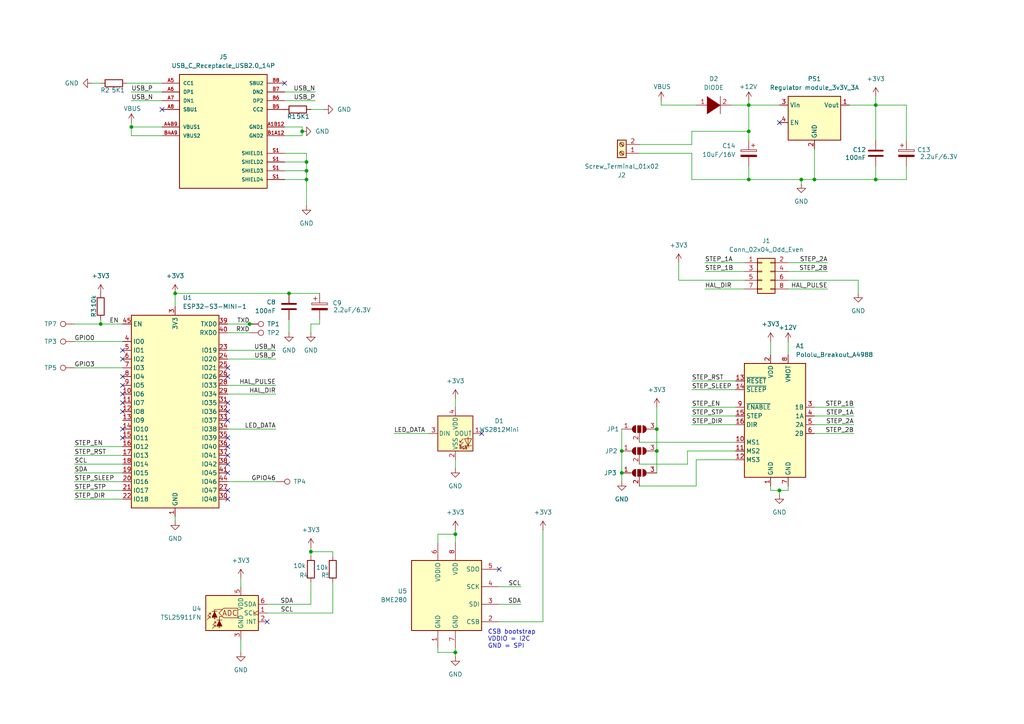
<source format=kicad_sch>
(kicad_sch (version 20231120) (generator "eeschema") (generator_version "8.0")
  (paper "A4")
  (lib_symbols
    (symbol "Connector:Screw_Terminal_01x02" (pin_names (offset 1.016) hide)
      (property "Reference" "J" (at 0 2.54 0))
      (property "Value" "Screw_Terminal_01x02" (at 0 -5.08 0))
      (symbol "Screw_Terminal_01x02_1_1"
        (rectangle (start -1.27 1.27) (end 1.27 -3.81) (stroke (width 0.254)) (fill (type background)))
        (circle (center 0 -2.54) (radius 0.635) (stroke (width 0.1524)))
        (polyline (pts (xy -0.5334 -2.2098) (xy 0.3302 -3.048)) (stroke (width 0.1524)))
        (polyline (pts (xy -0.5334 0.3302) (xy 0.3302 -0.508)) (stroke (width 0.1524)))
        (polyline (pts (xy -0.3556 -2.032) (xy 0.508 -2.8702)) (stroke (width 0.1524)))
        (polyline (pts (xy -0.3556 0.508) (xy 0.508 -0.3302)) (stroke (width 0.1524)))
        (circle (center 0 0) (radius 0.635) (stroke (width 0.1524)))
        (pin passive line (at -5.08 0 0) (length 3.81) (name "Pin_1") (number "1"))
        (pin passive line (at -5.08 -2.54 0) (length 3.81) (name "Pin_2") (number "2"))
      )
    )
    (symbol "Connector:TestPoint" (pin_numbers hide) (pin_names (offset 0.762) hide)
      (property "Reference" "TP" (at 0 6.858 0))
      (property "Value" "TestPoint" (at 0 5.08 0))
      (symbol "TestPoint_0_1"
        (circle (center 0 3.302) (radius 0.762))
      )
      (symbol "TestPoint_1_1"
        (pin passive line (at 0 0 90) (length 2.54) (name "1") (number "1"))
      )
    )
    (symbol "Connector_Generic:Conn_02x04_Odd_Even" (pin_names (offset 1.016) hide)
      (property "Reference" "J" (at 1.27 5.08 0))
      (property "Value" "Conn_02x04_Odd_Even" (at 1.27 -7.62 0))
      (symbol "Conn_02x04_Odd_Even_1_1"
        (rectangle (start -1.27 -4.953) (end 0 -5.207) (stroke (width 0.1524)))
        (rectangle (start -1.27 -2.413) (end 0 -2.667) (stroke (width 0.1524)))
        (rectangle (start -1.27 0.127) (end 0 -0.127) (stroke (width 0.1524)))
        (rectangle (start -1.27 2.667) (end 0 2.413) (stroke (width 0.1524)))
        (rectangle (start -1.27 3.81) (end 3.81 -6.35) (stroke (width 0.254)) (fill (type background)))
        (rectangle (start 3.81 -4.953) (end 2.54 -5.207) (stroke (width 0.1524)))
        (rectangle (start 3.81 -2.413) (end 2.54 -2.667) (stroke (width 0.1524)))
        (rectangle (start 3.81 0.127) (end 2.54 -0.127) (stroke (width 0.1524)))
        (rectangle (start 3.81 2.667) (end 2.54 2.413) (stroke (width 0.1524)))
        (pin passive line (at -5.08 2.54 0) (length 3.81) (name "Pin_1") (number "1"))
        (pin passive line (at 7.62 2.54 180) (length 3.81) (name "Pin_2") (number "2"))
        (pin passive line (at -5.08 0 0) (length 3.81) (name "Pin_3") (number "3"))
        (pin passive line (at 7.62 0 180) (length 3.81) (name "Pin_4") (number "4"))
        (pin passive line (at -5.08 -2.54 0) (length 3.81) (name "Pin_5") (number "5"))
        (pin passive line (at 7.62 -2.54 180) (length 3.81) (name "Pin_6") (number "6"))
        (pin passive line (at -5.08 -5.08 0) (length 3.81) (name "Pin_7") (number "7"))
        (pin passive line (at 7.62 -5.08 180) (length 3.81) (name "Pin_8") (number "8"))
      )
    )
    (symbol "Converter_DCDC:voltage_regulator_3v3_3A"
      (property "Reference" "PS" (at -7.874 -9.144 0))
      (property "Value" "Regulator module_3v3V_3A" (at -11.684 6.35 0))
      (symbol "voltage_regulator_3v3_3A_0_1"
        (rectangle (start -7.62 5.08) (end 7.62 -7.62) (stroke (width 0.254)) (fill (type background)))
      )
      (symbol "voltage_regulator_3v3_3A_1_0"
        (pin power_out line (at 10.16 2.54 180) (length 2.54) (name "Vout") (number "1"))
        (pin power_out line (at 0 -10.16 90) (length 2.54) (name "GND") (number "2"))
        (pin power_in line (at -10.16 2.54 0) (length 2.54) (name "Vin") (number "3"))
        (pin input line (at -10.16 -2.54 0) (length 2.54) (name "EN") (number "4"))
      )
    )
    (symbol "Device:C" (pin_numbers hide) (pin_names (offset 0.254))
      (property "Reference" "C" (at 0.635 2.54 0))
      (property "Value" "C" (at 0.635 -2.54 0))
      (symbol "C_0_1"
        (polyline (pts (xy -2.032 -0.762) (xy 2.032 -0.762)) (stroke (width 0.508)))
        (polyline (pts (xy -2.032 0.762) (xy 2.032 0.762)) (stroke (width 0.508)))
      )
      (symbol "C_1_1"
        (pin passive line (at 0 3.81 270) (length 2.794) (name "~") (number "1"))
        (pin passive line (at 0 -3.81 90) (length 2.794) (name "~") (number "2"))
      )
    )
    (symbol "Device:C_Polarized" (pin_numbers hide) (pin_names (offset 0.254))
      (property "Reference" "C" (at 0.635 2.54 0))
      (property "Value" "C_Polarized" (at 0.635 -2.54 0))
      (symbol "C_Polarized_0_1"
        (rectangle (start -2.286 0.508) (end 2.286 1.016))
        (polyline (pts (xy -1.778 2.286) (xy -0.762 2.286)))
        (polyline (pts (xy -1.27 2.794) (xy -1.27 1.778)))
        (rectangle (start 2.286 -0.508) (end -2.286 -1.016) (fill (type outline)))
      )
      (symbol "C_Polarized_1_1"
        (pin passive line (at 0 3.81 270) (length 2.794) (name "~") (number "1"))
        (pin passive line (at 0 -3.81 90) (length 2.794) (name "~") (number "2"))
      )
    )
    (symbol "Device:R" (pin_numbers hide) (pin_names (offset 0))
      (property "Reference" "R" (at 2.032 0 90))
      (property "Value" "R" (at 0 0 90))
      (symbol "R_0_1"
        (rectangle (start -1.016 -2.54) (end 1.016 2.54) (stroke (width 0.254)))
      )
      (symbol "R_1_1"
        (pin passive line (at 0 3.81 270) (length 1.27) (name "~") (number "1"))
        (pin passive line (at 0 -3.81 90) (length 1.27) (name "~") (number "2"))
      )
    )
    (symbol "Driver_Motor:Pololu_Breakout_A4988"
      (property "Reference" "A" (at -2.54 19.05 0))
      (property "Value" "Pololu_Breakout_A4988" (at -2.54 16.51 0))
      (symbol "Pololu_Breakout_A4988_0_1"
        (rectangle (start 10.16 -17.78) (end -7.62 15.24) (stroke (width 0.254)) (fill (type background)))
      )
      (symbol "Pololu_Breakout_A4988_1_1"
        (pin power_in line (at 0 -20.32 90) (length 2.54) (name "GND") (number "1"))
        (pin input line (at -10.16 -7.62 0) (length 2.54) (name "MS1") (number "10"))
        (pin input line (at -10.16 -10.16 0) (length 2.54) (name "MS2") (number "11"))
        (pin input line (at -10.16 -12.7 0) (length 2.54) (name "MS3") (number "12"))
        (pin input line (at -10.16 10.16 0) (length 2.54) (name "~{RESET}") (number "13"))
        (pin input line (at -10.16 7.62 0) (length 2.54) (name "~{SLEEP}") (number "14"))
        (pin input line (at -10.16 0 0) (length 2.54) (name "STEP") (number "15"))
        (pin input line (at -10.16 -2.54 0) (length 2.54) (name "DIR") (number "16"))
        (pin power_in line (at 0 17.78 270) (length 2.54) (name "VDD") (number "2"))
        (pin output line (at 12.7 2.54 180) (length 2.54) (name "1B") (number "3"))
        (pin output line (at 12.7 0 180) (length 2.54) (name "1A") (number "4"))
        (pin output line (at 12.7 -2.54 180) (length 2.54) (name "2A") (number "5"))
        (pin output line (at 12.7 -5.08 180) (length 2.54) (name "2B") (number "6"))
        (pin power_in line (at 5.08 -20.32 90) (length 2.54) (name "GND") (number "7"))
        (pin power_in line (at 5.08 17.78 270) (length 2.54) (name "VMOT") (number "8"))
        (pin input line (at -10.16 2.54 0) (length 2.54) (name "~{ENABLE}") (number "9"))
      )
    )
    (symbol "Jumper:SolderJumper_3_Open" (pin_names (offset 0) hide) (exclude_from_sim yes) (in_bom no)
      (property "Reference" "JP" (at -2.54 -2.54 0))
      (property "Value" "SolderJumper_3_Open" (at 0 2.794 0))
      (symbol "SolderJumper_3_Open_0_1"
        (arc (start -1.016 1.016) (mid -2.0276 0) (end -1.016 -1.016))
        (arc (start -1.016 1.016) (mid -2.0276 0) (end -1.016 -1.016) (fill (type outline)))
        (rectangle (start -0.508 1.016) (end 0.508 -1.016) (fill (type outline)))
        (polyline (pts (xy -2.54 0) (xy -2.032 0)))
        (polyline (pts (xy -1.016 1.016) (xy -1.016 -1.016)))
        (polyline (pts (xy 0 -1.27) (xy 0 -1.016)))
        (polyline (pts (xy 1.016 1.016) (xy 1.016 -1.016)))
        (polyline (pts (xy 2.54 0) (xy 2.032 0)))
        (arc (start 1.016 -1.016) (mid 2.0276 0) (end 1.016 1.016))
        (arc (start 1.016 -1.016) (mid 2.0276 0) (end 1.016 1.016) (fill (type outline)))
      )
      (symbol "SolderJumper_3_Open_1_1"
        (pin passive line (at -5.08 0 0) (length 2.54) (name "A") (number "1"))
        (pin passive line (at 0 -3.81 90) (length 2.54) (name "C") (number "2"))
        (pin passive line (at 5.08 0 180) (length 2.54) (name "B") (number "3"))
      )
    )
    (symbol "LED:SK6812MINI" (pin_names (offset 0.254))
      (property "Reference" "D" (at 5.08 5.715 0))
      (property "Value" "SK6812MINI" (at 1.27 -5.715 0))
      (symbol "SK6812MINI_0_0"
        (text "RGB" (at 2.286 -4.191 0) (effects (font (size 0.762 0.762))))
      )
      (symbol "SK6812MINI_0_1"
        (polyline (pts (xy 1.27 -3.556) (xy 1.778 -3.556)))
        (polyline (pts (xy 1.27 -2.54) (xy 1.778 -2.54)))
        (polyline (pts (xy 4.699 -3.556) (xy 2.667 -3.556)))
        (polyline (pts (xy 2.286 -2.54) (xy 1.27 -3.556) (xy 1.27 -3.048)))
        (polyline (pts (xy 2.286 -1.524) (xy 1.27 -2.54) (xy 1.27 -2.032)))
        (polyline (pts (xy 3.683 -1.016) (xy 3.683 -3.556) (xy 3.683 -4.064)))
        (polyline (pts (xy 4.699 -1.524) (xy 2.667 -1.524) (xy 3.683 -3.556) (xy 4.699 -1.524)))
        (rectangle (start 5.08 5.08) (end -5.08 -5.08) (stroke (width 0.254)) (fill (type background)))
      )
      (symbol "SK6812MINI_1_1"
        (pin output line (at 7.62 0 180) (length 2.54) (name "DOUT") (number "1"))
        (pin power_in line (at 0 -7.62 90) (length 2.54) (name "VSS") (number "2"))
        (pin input line (at -7.62 0 0) (length 2.54) (name "DIN") (number "3"))
        (pin power_in line (at 0 7.62 270) (length 2.54) (name "VDD") (number "4"))
      )
    )
    (symbol "MCU_Espressif:ESP32-S3-MINI-1"
      (property "Reference" "U" (at -11.43 29.21 0))
      (property "Value" "ESP32-S3-MINI-1" (at 12.7 29.21 0))
      (symbol "ESP32-S3-MINI-1_0_1"
        (rectangle (start -12.7 27.94) (end 12.7 -27.94) (stroke (width 0.254)) (fill (type background)))
      )
      (symbol "ESP32-S3-MINI-1_1_1"
        (pin power_in line (at 0 -30.48 90) (length 2.54) (name "GND") (number "1"))
        (pin bidirectional line (at -15.24 5.08 0) (length 2.54) (name "IO6") (number "10"))
        (pin bidirectional line (at -15.24 2.54 0) (length 2.54) (name "IO7") (number "11"))
        (pin bidirectional line (at -15.24 0 0) (length 2.54) (name "IO8") (number "12"))
        (pin bidirectional line (at -15.24 -2.54 0) (length 2.54) (name "IO9") (number "13"))
        (pin bidirectional line (at -15.24 -5.08 0) (length 2.54) (name "IO10") (number "14"))
        (pin bidirectional line (at -15.24 -7.62 0) (length 2.54) (name "IO11") (number "15"))
        (pin bidirectional line (at -15.24 -10.16 0) (length 2.54) (name "IO12") (number "16"))
        (pin bidirectional line (at -15.24 -12.7 0) (length 2.54) (name "IO13") (number "17"))
        (pin bidirectional line (at -15.24 -15.24 0) (length 2.54) (name "IO14") (number "18"))
        (pin bidirectional line (at -15.24 -17.78 0) (length 2.54) (name "IO15") (number "19"))
        (pin passive line (at 0 -30.48 90) (length 2.54) hide (name "GND") (number "2"))
        (pin bidirectional line (at -15.24 -20.32 0) (length 2.54) (name "IO16") (number "20"))
        (pin bidirectional line (at -15.24 -22.86 0) (length 2.54) (name "IO17") (number "21"))
        (pin bidirectional line (at -15.24 -25.4 0) (length 2.54) (name "IO18") (number "22"))
        (pin bidirectional line (at 15.24 17.78 180) (length 2.54) (name "IO19") (number "23"))
        (pin bidirectional line (at 15.24 15.24 180) (length 2.54) (name "IO20") (number "24"))
        (pin bidirectional line (at 15.24 12.7 180) (length 2.54) (name "IO21") (number "25"))
        (pin bidirectional line (at 15.24 10.16 180) (length 2.54) (name "IO26") (number "26"))
        (pin bidirectional line (at 15.24 -22.86 180) (length 2.54) (name "IO47") (number "27"))
        (pin bidirectional line (at 15.24 7.62 180) (length 2.54) (name "IO33") (number "28"))
        (pin bidirectional line (at 15.24 5.08 180) (length 2.54) (name "IO34") (number "29"))
        (pin power_in line (at 0 30.48 270) (length 2.54) (name "3V3") (number "3"))
        (pin bidirectional line (at 15.24 -25.4 180) (length 2.54) (name "IO48") (number "30"))
        (pin bidirectional line (at 15.24 2.54 180) (length 2.54) (name "IO35") (number "31"))
        (pin bidirectional line (at 15.24 0 180) (length 2.54) (name "IO36") (number "32"))
        (pin bidirectional line (at 15.24 -2.54 180) (length 2.54) (name "IO37") (number "33"))
        (pin bidirectional line (at 15.24 -5.08 180) (length 2.54) (name "IO38") (number "34"))
        (pin bidirectional line (at 15.24 -7.62 180) (length 2.54) (name "IO39") (number "35"))
        (pin bidirectional line (at 15.24 -10.16 180) (length 2.54) (name "IO40") (number "36"))
        (pin bidirectional line (at 15.24 -12.7 180) (length 2.54) (name "IO41") (number "37"))
        (pin bidirectional line (at 15.24 -15.24 180) (length 2.54) (name "IO42") (number "38"))
        (pin bidirectional line (at 15.24 25.4 180) (length 2.54) (name "TXD0") (number "39"))
        (pin bidirectional line (at -15.24 20.32 0) (length 2.54) (name "IO0") (number "4"))
        (pin bidirectional line (at 15.24 22.86 180) (length 2.54) (name "RXD0") (number "40"))
        (pin bidirectional line (at 15.24 -17.78 180) (length 2.54) (name "IO45") (number "41"))
        (pin passive line (at 0 -30.48 90) (length 2.54) hide (name "GND") (number "42"))
        (pin passive line (at 0 -30.48 90) (length 2.54) hide (name "GND") (number "43"))
        (pin bidirectional line (at 15.24 -20.32 180) (length 2.54) (name "IO46") (number "44"))
        (pin input line (at -15.24 25.4 0) (length 2.54) (name "EN") (number "45"))
        (pin passive line (at 0 -30.48 90) (length 2.54) hide (name "GND") (number "46"))
        (pin passive line (at 0 -30.48 90) (length 2.54) hide (name "GND") (number "47"))
        (pin passive line (at 0 -30.48 90) (length 2.54) hide (name "GND") (number "48"))
        (pin passive line (at 0 -30.48 90) (length 2.54) hide (name "GND") (number "49"))
        (pin bidirectional line (at -15.24 17.78 0) (length 2.54) (name "IO1") (number "5"))
        (pin passive line (at 0 -30.48 90) (length 2.54) hide (name "GND") (number "50"))
        (pin passive line (at 0 -30.48 90) (length 2.54) hide (name "GND") (number "51"))
        (pin passive line (at 0 -30.48 90) (length 2.54) hide (name "GND") (number "52"))
        (pin passive line (at 0 -30.48 90) (length 2.54) hide (name "GND") (number "53"))
        (pin passive line (at 0 -30.48 90) (length 2.54) hide (name "GND") (number "54"))
        (pin passive line (at 0 -30.48 90) (length 2.54) hide (name "GND") (number "55"))
        (pin passive line (at 0 -30.48 90) (length 2.54) hide (name "GND") (number "56"))
        (pin passive line (at 0 -30.48 90) (length 2.54) hide (name "GND") (number "57"))
        (pin passive line (at 0 -30.48 90) (length 2.54) hide (name "GND") (number "58"))
        (pin passive line (at 0 -30.48 90) (length 2.54) hide (name "GND") (number "59"))
        (pin bidirectional line (at -15.24 15.24 0) (length 2.54) (name "IO2") (number "6"))
        (pin passive line (at 0 -30.48 90) (length 2.54) hide (name "GND") (number "60"))
        (pin passive line (at 0 -30.48 90) (length 2.54) hide (name "GND") (number "61"))
        (pin passive line (at 0 -30.48 90) (length 2.54) hide (name "GND") (number "62"))
        (pin passive line (at 0 -30.48 90) (length 2.54) hide (name "GND") (number "63"))
        (pin passive line (at 0 -30.48 90) (length 2.54) hide (name "GND") (number "64"))
        (pin passive line (at 0 -30.48 90) (length 2.54) hide (name "GND") (number "65"))
        (pin bidirectional line (at -15.24 12.7 0) (length 2.54) (name "IO3") (number "7"))
        (pin bidirectional line (at -15.24 10.16 0) (length 2.54) (name "IO4") (number "8"))
        (pin bidirectional line (at -15.24 7.62 0) (length 2.54) (name "IO5") (number "9"))
      )
    )
    (symbol "Sensor:BME280"
      (property "Reference" "U" (at -8.89 11.43 0))
      (property "Value" "BME280" (at 7.62 11.43 0))
      (symbol "BME280_0_1"
        (rectangle (start -10.16 10.16) (end 10.16 -10.16) (stroke (width 0.254)) (fill (type background)))
      )
      (symbol "BME280_1_1"
        (pin power_in line (at -2.54 -15.24 90) (length 5.08) (name "GND") (number "1"))
        (pin input line (at 15.24 -7.62 180) (length 5.08) (name "CSB") (number "2"))
        (pin bidirectional line (at 15.24 -2.54 180) (length 5.08) (name "SDI") (number "3"))
        (pin input line (at 15.24 2.54 180) (length 5.08) (name "SCK") (number "4"))
        (pin bidirectional line (at 15.24 7.62 180) (length 5.08) (name "SDO") (number "5"))
        (pin power_in line (at -2.54 15.24 270) (length 5.08) (name "VDDIO") (number "6"))
        (pin power_in line (at 2.54 -15.24 90) (length 5.08) (name "GND") (number "7"))
        (pin power_in line (at 2.54 15.24 270) (length 5.08) (name "VDD") (number "8"))
      )
    )
    (symbol "Sensor_Optical:TSL25911FN"
      (property "Reference" "U" (at -7.62 6.35 0))
      (property "Value" "TSL25911FN" (at 0 -6.35 0))
      (symbol "TSL25911FN_0_0"
        (text "ADC" (at -0.635 0 0) (effects (font (size 1.524 1.524))))
      )
      (symbol "TSL25911FN_0_1"
        (polyline (pts (xy -6.35 -1.016) (xy -7.239 -1.905)))
        (polyline (pts (xy -6.35 -1.016) (xy -6.858 -1.016)))
        (polyline (pts (xy -6.35 -1.016) (xy -6.35 -1.524)))
        (polyline (pts (xy -6.223 0) (xy -7.112 -0.889)))
        (polyline (pts (xy -6.223 0) (xy -6.731 0)))
        (polyline (pts (xy -6.223 0) (xy -6.223 -0.508)))
        (polyline (pts (xy -4.826 -3.556) (xy -5.715 -4.445)))
        (polyline (pts (xy -4.826 -3.556) (xy -5.334 -3.556)))
        (polyline (pts (xy -4.826 -3.556) (xy -4.826 -4.064)))
        (polyline (pts (xy -4.699 -2.54) (xy -5.588 -3.429)))
        (polyline (pts (xy -4.699 -2.54) (xy -5.207 -2.54)))
        (polyline (pts (xy -4.699 -2.54) (xy -4.699 -3.048)))
        (polyline (pts (xy -4.318 0.508) (xy -5.842 0.508)))
        (polyline (pts (xy -2.921 -2.032) (xy -4.445 -2.032)))
        (polyline (pts (xy -4.318 -1.27) (xy -5.842 -1.27) (xy -5.08 0.381) (xy -4.318 -1.27)) (fill (type outline)))
        (polyline (pts (xy -2.921 -3.81) (xy -4.445 -3.81) (xy -3.683 -2.159) (xy -2.921 -3.81)) (fill (type outline)))
      )
      (symbol "TSL25911FN_1_0"
        (polyline (pts (xy -3.81 0) (xy -2.413 -1.397) (xy 1.651 -1.397) (xy 1.651 0)))
        (polyline (pts (xy -3.81 0) (xy -2.413 1.397) (xy 1.651 1.397) (xy 1.651 0)))
      )
      (symbol "TSL25911FN_1_1"
        (rectangle (start -7.62 5.08) (end 7.62 -5.08) (stroke (width 0.254)) (fill (type background)))
        (polyline (pts (xy -4.826 -1.651) (xy -5.334 -1.651)))
        (polyline (pts (xy -3.429 -4.191) (xy -3.937 -4.191)))
        (polyline (pts (xy -5.08 -1.524) (xy -5.08 1.016) (xy -2.794 1.016)))
        (polyline (pts (xy -3.683 -4.064) (xy -3.683 -1.016) (xy -2.794 -1.016)))
        (pin input clock (at 10.16 0 180) (length 2.54) (name "SCL") (number "1"))
        (pin open_collector line (at 10.16 -2.54 180) (length 2.54) (name "INT") (number "2"))
        (pin power_in line (at 2.54 -7.62 90) (length 2.54) (name "GND") (number "3"))
        (pin no_connect line (at -7.62 2.54 0) (length 2.54) hide (name "NC") (number "4"))
        (pin power_in line (at 2.54 7.62 270) (length 2.54) (name "VDD") (number "5"))
        (pin bidirectional line (at 10.16 2.54 180) (length 2.54) (name "SDA") (number "6"))
      )
    )
    (symbol "USB_C_Molex_217179:2171790001" (pin_names (offset 1.016))
      (property "Reference" "J" (at -12.7 16.002 0))
      (property "Value" "2171790001" (at -12.7 -18.542 0))
      (symbol "2171790001_0_0"
        (rectangle (start -12.7 -17.78) (end 12.7 15.24) (stroke (width 0.254)) (fill (type background)))
        (pin power_in line (at 17.78 0 180) (length 5.08) (name "GND1") (number "A1B12"))
        (pin power_in line (at -17.78 0 0) (length 5.08) (name "VBUS1") (number "A4B9"))
        (pin bidirectional line (at -17.78 12.7 0) (length 5.08) (name "CC1") (number "A5"))
        (pin bidirectional line (at -17.78 10.16 0) (length 5.08) (name "DP1") (number "A6"))
        (pin bidirectional line (at -17.78 7.62 0) (length 5.08) (name "DN1") (number "A7"))
        (pin bidirectional line (at -17.78 5.08 0) (length 5.08) (name "SBU1") (number "A8"))
        (pin power_in line (at 17.78 -2.54 180) (length 5.08) (name "GND2") (number "B1A12"))
        (pin power_in line (at -17.78 -2.54 0) (length 5.08) (name "VBUS2") (number "B4A9"))
        (pin bidirectional line (at 17.78 5.08 180) (length 5.08) (name "CC2") (number "B5"))
        (pin bidirectional line (at 17.78 7.62 180) (length 5.08) (name "DP2") (number "B6"))
        (pin bidirectional line (at 17.78 10.16 180) (length 5.08) (name "DN2") (number "B7"))
        (pin bidirectional line (at 17.78 12.7 180) (length 5.08) (name "SBU2") (number "B8"))
        (pin passive line (at 17.78 -7.62 180) (length 5.08) (name "SHIELD1") (number "S1"))
        (pin passive line (at 17.78 -10.16 180) (length 5.08) (name "SHIELD2") (number "S1"))
        (pin passive line (at 17.78 -12.7 180) (length 5.08) (name "SHIELD3") (number "S1"))
        (pin passive line (at 17.78 -15.24 180) (length 5.08) (name "SHIELD4") (number "S1"))
      )
    )
    (symbol "power:+3V3" (power) (pin_numbers hide) (pin_names (offset 0) hide)
      (property "Value" "+3V3" (at 0 3.556 0))
      (symbol "+3V3_0_1"
        (polyline (pts (xy -0.762 1.27) (xy 0 2.54)))
        (polyline (pts (xy 0 0) (xy 0 2.54)))
        (polyline (pts (xy 0 2.54) (xy 0.762 1.27)))
      )
      (symbol "+3V3_1_1"
        (pin power_in line (at 0 0 90) (length 0) (name "~") (number "1"))
      )
    )
    (symbol "power:+5V" (power) (pin_numbers hide) (pin_names (offset 0) hide)
      (property "Value" "+5V" (at 0 3.556 0))
      (symbol "+5V_0_1"
        (polyline (pts (xy -0.762 1.27) (xy 0 2.54)))
        (polyline (pts (xy 0 0) (xy 0 2.54)))
        (polyline (pts (xy 0 2.54) (xy 0.762 1.27)))
      )
      (symbol "+5V_1_1"
        (pin power_in line (at 0 0 90) (length 0) (name "~") (number "1"))
      )
    )
    (symbol "power:GND" (power) (pin_numbers hide) (pin_names (offset 0) hide)
      (property "Value" "GND" (at 0 -3.81 0))
      (symbol "GND_0_1"
        (polyline (pts (xy 0 0) (xy 0 -1.27) (xy 1.27 -1.27) (xy 0 -2.54) (xy -1.27 -1.27) (xy 0 -1.27)))
      )
      (symbol "GND_1_1"
        (pin power_in line (at 0 0 270) (length 0) (name "~") (number "1"))
      )
    )
    (symbol "pspice:DIODE" (pin_names (offset 1.016) hide)
      (property "Reference" "D" (at 0 3.81 0))
      (property "Value" "DIODE" (at 0 -4.445 0))
      (symbol "DIODE_0_1"
        (polyline (pts (xy 1.905 2.54) (xy 1.905 -2.54)))
        (polyline (pts (xy -1.905 2.54) (xy -1.905 -2.54) (xy 1.905 0)) (fill (type outline)))
      )
      (symbol "DIODE_1_1"
        (pin input line (at -5.08 0 0) (length 3.81) (name "K") (number "1"))
        (pin input line (at 5.08 0 180) (length 3.81) (name "A") (number "2"))
      )
    )
  )
  (junction (at 254 30.48))
  (junction (at 72.39 93.98))
  (junction (at 132.08 189.23))
  (junction (at 88.9 46.99))
  (junction (at 83.82 85.09))
  (junction (at 190.5 130.81))
  (junction (at 132.08 154.94))
  (junction (at 232.41 52.07))
  (junction (at 254 52.07))
  (junction (at 190.5 124.46))
  (junction (at 217.17 52.07))
  (junction (at 90.17 160.02))
  (junction (at 88.9 52.07))
  (junction (at 226.06 142.24))
  (junction (at 88.9 49.53))
  (junction (at 217.17 30.48))
  (junction (at 38.1 36.83))
  (junction (at 217.17 38.1))
  (junction (at 29.21 93.98))
  (junction (at 180.34 137.16))
  (junction (at 236.22 52.07))
  (junction (at 50.8 85.09))
  (junction (at 87.63 38.1))
  (junction (at 180.34 130.81))
  (no_connect (at 226.06 35.56))
  (no_connect (at 35.56 127))
  (no_connect (at 66.04 121.92))
  (no_connect (at 66.04 144.78))
  (no_connect (at 35.56 119.38))
  (no_connect (at 35.56 109.22))
  (no_connect (at 82.55 24.13))
  (no_connect (at 77.47 180.34))
  (no_connect (at 35.56 114.3))
  (no_connect (at 35.56 101.6))
  (no_connect (at 66.04 116.84))
  (no_connect (at 35.56 124.46))
  (no_connect (at 144.78 165.1))
  (no_connect (at 66.04 142.24))
  (no_connect (at 35.56 116.84))
  (no_connect (at 35.56 111.76))
  (no_connect (at 66.04 106.68))
  (no_connect (at 66.04 132.08))
  (no_connect (at 46.99 31.75))
  (no_connect (at 66.04 137.16))
  (no_connect (at 66.04 119.38))
  (no_connect (at 66.04 109.22))
  (no_connect (at 139.7 125.73))
  (no_connect (at 66.04 129.54))
  (no_connect (at 35.56 104.14))
  (no_connect (at 66.04 134.62))
  (no_connect (at 66.04 127))
  (wire (pts (xy 157.48 153.67) (xy 157.48 180.34)))
  (wire (pts (xy 185.42 134.62) (xy 199.39 134.62)))
  (wire (pts (xy 232.41 52.07) (xy 232.41 53.34)))
  (wire (pts (xy 77.47 175.26) (xy 90.17 175.26)))
  (wire (pts (xy 228.6 76.2) (xy 240.03 76.2)))
  (wire (pts (xy 38.1 36.83) (xy 46.99 36.83)))
  (wire (pts (xy 236.22 123.19) (xy 247.65 123.19)))
  (wire (pts (xy 262.89 52.07) (xy 254 52.07)))
  (wire (pts (xy 92.71 93.98) (xy 90.17 93.98)))
  (wire (pts (xy 66.04 96.52) (xy 72.39 96.52)))
  (wire (pts (xy 212.09 30.48) (xy 217.17 30.48)))
  (wire (pts (xy 248.92 85.09) (xy 248.92 81.28)))
  (wire (pts (xy 66.04 104.14) (xy 80.01 104.14)))
  (wire (pts (xy 82.55 26.67) (xy 91.44 26.67)))
  (wire (pts (xy 223.52 99.06) (xy 223.52 102.87)))
  (wire (pts (xy 96.52 161.29) (xy 96.52 160.02)))
  (wire (pts (xy 200.66 44.45) (xy 200.66 52.07)))
  (wire (pts (xy 88.9 52.07) (xy 88.9 59.69)))
  (wire (pts (xy 132.08 157.48) (xy 132.08 154.94)))
  (wire (pts (xy 200.66 123.19) (xy 213.36 123.19)))
  (wire (pts (xy 180.34 137.16) (xy 180.34 139.7)))
  (wire (pts (xy 262.89 30.48) (xy 262.89 40.64)))
  (wire (pts (xy 199.39 134.62) (xy 199.39 130.81)))
  (wire (pts (xy 38.1 35.56) (xy 38.1 36.83)))
  (wire (pts (xy 127 187.96) (xy 127 189.23)))
  (wire (pts (xy 217.17 30.48) (xy 226.06 30.48)))
  (wire (pts (xy 223.52 142.24) (xy 226.06 142.24)))
  (wire (pts (xy 200.66 120.65) (xy 213.36 120.65)))
  (wire (pts (xy 38.1 36.83) (xy 38.1 39.37)))
  (wire (pts (xy 132.08 153.67) (xy 132.08 154.94)))
  (wire (pts (xy 82.55 46.99) (xy 88.9 46.99)))
  (wire (pts (xy 180.34 130.81) (xy 180.34 137.16)))
  (wire (pts (xy 88.9 46.99) (xy 88.9 49.53)))
  (wire (pts (xy 132.08 189.23) (xy 132.08 190.5)))
  (wire (pts (xy 26.67 24.13) (xy 29.21 24.13)))
  (wire (pts (xy 190.5 130.81) (xy 190.5 137.16)))
  (wire (pts (xy 82.55 44.45) (xy 88.9 44.45)))
  (wire (pts (xy 21.59 134.62) (xy 35.56 134.62)))
  (wire (pts (xy 232.41 52.07) (xy 236.22 52.07)))
  (wire (pts (xy 248.92 81.28) (xy 228.6 81.28)))
  (wire (pts (xy 190.5 118.11) (xy 190.5 124.46)))
  (wire (pts (xy 185.42 44.45) (xy 200.66 44.45)))
  (wire (pts (xy 38.1 39.37) (xy 46.99 39.37)))
  (wire (pts (xy 200.66 110.49) (xy 213.36 110.49)))
  (wire (pts (xy 21.59 129.54) (xy 35.56 129.54)))
  (wire (pts (xy 90.17 93.98) (xy 90.17 96.52)))
  (wire (pts (xy 201.93 133.35) (xy 201.93 140.97)))
  (wire (pts (xy 21.59 99.06) (xy 35.56 99.06)))
  (wire (pts (xy 66.04 139.7) (xy 80.01 139.7)))
  (wire (pts (xy 21.59 93.98) (xy 29.21 93.98)))
  (wire (pts (xy 66.04 114.3) (xy 80.01 114.3)))
  (wire (pts (xy 82.55 29.21) (xy 91.44 29.21)))
  (wire (pts (xy 90.17 160.02) (xy 90.17 161.29)))
  (wire (pts (xy 83.82 92.71) (xy 83.82 96.52)))
  (wire (pts (xy 228.6 83.82) (xy 240.03 83.82)))
  (wire (pts (xy 254 30.48) (xy 254 40.64)))
  (wire (pts (xy 132.08 133.35) (xy 132.08 135.89)))
  (wire (pts (xy 180.34 124.46) (xy 180.34 130.81)))
  (wire (pts (xy 236.22 125.73) (xy 247.65 125.73)))
  (wire (pts (xy 82.55 52.07) (xy 88.9 52.07)))
  (wire (pts (xy 50.8 149.86) (xy 50.8 151.13)))
  (wire (pts (xy 38.1 26.67) (xy 46.99 26.67)))
  (wire (pts (xy 83.82 85.09) (xy 92.71 85.09)))
  (wire (pts (xy 132.08 189.23) (xy 127 189.23)))
  (wire (pts (xy 90.17 158.75) (xy 90.17 160.02)))
  (wire (pts (xy 200.66 118.11) (xy 213.36 118.11)))
  (wire (pts (xy 66.04 93.98) (xy 72.39 93.98)))
  (wire (pts (xy 21.59 106.68) (xy 35.56 106.68)))
  (wire (pts (xy 21.59 139.7) (xy 35.56 139.7)))
  (wire (pts (xy 35.56 93.98) (xy 29.21 93.98)))
  (wire (pts (xy 66.04 111.76) (xy 80.01 111.76)))
  (wire (pts (xy 69.85 185.42) (xy 69.85 189.23)))
  (wire (pts (xy 87.63 38.1) (xy 87.63 39.37)))
  (wire (pts (xy 38.1 29.21) (xy 46.99 29.21)))
  (wire (pts (xy 69.85 167.64) (xy 69.85 170.18)))
  (wire (pts (xy 185.42 41.91) (xy 200.66 41.91)))
  (wire (pts (xy 223.52 140.97) (xy 223.52 142.24)))
  (wire (pts (xy 77.47 177.8) (xy 96.52 177.8)))
  (wire (pts (xy 90.17 160.02) (xy 96.52 160.02)))
  (wire (pts (xy 200.66 52.07) (xy 217.17 52.07)))
  (wire (pts (xy 199.39 130.81) (xy 213.36 130.81)))
  (wire (pts (xy 50.8 85.09) (xy 50.8 88.9)))
  (wire (pts (xy 217.17 30.48) (xy 217.17 38.1)))
  (wire (pts (xy 87.63 36.83) (xy 87.63 38.1)))
  (wire (pts (xy 236.22 52.07) (xy 254 52.07)))
  (wire (pts (xy 254 30.48) (xy 262.89 30.48)))
  (wire (pts (xy 21.59 142.24) (xy 35.56 142.24)))
  (wire (pts (xy 114.3 125.73) (xy 124.46 125.73)))
  (wire (pts (xy 200.66 38.1) (xy 217.17 38.1)))
  (wire (pts (xy 262.89 48.26) (xy 262.89 52.07)))
  (wire (pts (xy 21.59 144.78) (xy 35.56 144.78)))
  (wire (pts (xy 29.21 93.98) (xy 29.21 92.71)))
  (wire (pts (xy 204.47 76.2) (xy 215.9 76.2)))
  (wire (pts (xy 217.17 52.07) (xy 232.41 52.07)))
  (wire (pts (xy 21.59 132.08) (xy 35.56 132.08)))
  (wire (pts (xy 132.08 115.57) (xy 132.08 118.11)))
  (wire (pts (xy 196.85 76.2) (xy 196.85 81.28)))
  (wire (pts (xy 201.93 140.97) (xy 185.42 140.97)))
  (wire (pts (xy 144.78 175.26) (xy 151.13 175.26)))
  (wire (pts (xy 127 154.94) (xy 127 157.48)))
  (wire (pts (xy 226.06 142.24) (xy 226.06 143.51)))
  (wire (pts (xy 228.6 99.06) (xy 228.6 102.87)))
  (wire (pts (xy 96.52 177.8) (xy 96.52 168.91)))
  (wire (pts (xy 236.22 43.18) (xy 236.22 52.07)))
  (wire (pts (xy 36.83 24.13) (xy 46.99 24.13)))
  (wire (pts (xy 90.17 31.75) (xy 93.98 31.75)))
  (wire (pts (xy 88.9 49.53) (xy 88.9 52.07)))
  (wire (pts (xy 132.08 187.96) (xy 132.08 189.23)))
  (wire (pts (xy 144.78 170.18) (xy 151.13 170.18)))
  (wire (pts (xy 254 48.26) (xy 254 52.07)))
  (wire (pts (xy 204.47 78.74) (xy 215.9 78.74)))
  (wire (pts (xy 217.17 48.26) (xy 217.17 52.07)))
  (wire (pts (xy 217.17 30.48) (xy 217.17 29.21)))
  (wire (pts (xy 228.6 142.24) (xy 228.6 140.97)))
  (wire (pts (xy 228.6 78.74) (xy 240.03 78.74)))
  (wire (pts (xy 204.47 83.82) (xy 215.9 83.82)))
  (wire (pts (xy 21.59 137.16) (xy 35.56 137.16)))
  (wire (pts (xy 200.66 113.03) (xy 213.36 113.03)))
  (wire (pts (xy 82.55 49.53) (xy 88.9 49.53)))
  (wire (pts (xy 226.06 142.24) (xy 228.6 142.24)))
  (wire (pts (xy 217.17 38.1) (xy 217.17 40.64)))
  (wire (pts (xy 72.39 93.98) (xy 73.66 93.98)))
  (wire (pts (xy 191.77 30.48) (xy 201.93 30.48)))
  (wire (pts (xy 82.55 39.37) (xy 87.63 39.37)))
  (wire (pts (xy 191.77 29.21) (xy 191.77 30.48)))
  (wire (pts (xy 66.04 101.6) (xy 80.01 101.6)))
  (wire (pts (xy 236.22 120.65) (xy 247.65 120.65)))
  (wire (pts (xy 50.8 85.09) (xy 83.82 85.09)))
  (wire (pts (xy 88.9 44.45) (xy 88.9 46.99)))
  (wire (pts (xy 157.48 180.34) (xy 144.78 180.34)))
  (wire (pts (xy 196.85 81.28) (xy 215.9 81.28)))
  (wire (pts (xy 185.42 128.27) (xy 213.36 128.27)))
  (wire (pts (xy 246.38 30.48) (xy 254 30.48)))
  (wire (pts (xy 190.5 124.46) (xy 190.5 130.81)))
  (wire (pts (xy 132.08 154.94) (xy 127 154.94)))
  (wire (pts (xy 254 27.94) (xy 254 30.48)))
  (wire (pts (xy 213.36 133.35) (xy 201.93 133.35)))
  (wire (pts (xy 200.66 41.91) (xy 200.66 38.1)))
  (wire (pts (xy 82.55 36.83) (xy 87.63 36.83)))
  (wire (pts (xy 92.71 92.71) (xy 92.71 93.98)))
  (wire (pts (xy 66.04 124.46) (xy 80.01 124.46)))
  (wire (pts (xy 90.17 175.26) (xy 90.17 168.91)))
  (wire (pts (xy 236.22 118.11) (xy 247.65 118.11)))
  (text "CSB bootstrap\nVDDIO = I2C\nGND = SPI" (at 141.478 185.42 0) (effects (font (size 1.27 1.27)) (justify left)))
  (label "LED_DATA" (at 80.01 124.46 180))
  (label "STEP_2A" (at 247.65 123.19 180))
  (label "SCL" (at 85.09 177.8 180))
  (label "USB_N" (at 38.1 29.21 0))
  (label "SDA" (at 151.13 175.26 180))
  (label "STEP_STP" (at 21.59 142.24 0))
  (label "STEP_EN" (at 200.66 118.11 0))
  (label "STEP_SLEEP" (at 21.59 139.7 0))
  (label "USB_P" (at 38.1 26.67 0))
  (label "USB_N" (at 91.44 26.67 180))
  (label "HAL_PULSE" (at 80.01 111.76 180))
  (label "STEP_RST" (at 21.59 132.08 0))
  (label "STEP_EN" (at 21.59 129.54 0))
  (label "SCL" (at 21.59 134.62 0))
  (label "STEP_RST" (at 200.66 110.49 0))
  (label "STEP_2B" (at 240.03 78.74 180))
  (label "GPIO0" (at 21.59 99.06 0))
  (label "RXD" (at 72.39 96.52 180))
  (label "STEP_1B" (at 204.47 78.74 0))
  (label "STEP_SLEEP" (at 200.66 113.03 0))
  (label "SCL" (at 151.13 170.18 180))
  (label "HAL_DIR" (at 204.47 83.82 0))
  (label "EN" (at 31.75 93.98 0))
  (label "TXD" (at 72.39 93.98 180))
  (label "SDA" (at 85.09 175.26 180))
  (label "USB_P" (at 91.44 29.21 180))
  (label "STEP_1B" (at 247.65 118.11 180))
  (label "STEP_2A" (at 240.03 76.2 180))
  (label "STEP_DIR" (at 200.66 123.19 0))
  (label "STEP_1A" (at 204.47 76.2 0))
  (label "HAL_DIR" (at 80.01 114.3 180))
  (label "USB_N" (at 80.01 101.6 180))
  (label "STEP_STP" (at 200.66 120.65 0))
  (label "STEP_2B" (at 247.65 125.73 180))
  (label "STEP_1A" (at 247.65 120.65 180))
  (label "HAL_PULSE" (at 240.03 83.82 180))
  (label "GPIO46" (at 80.01 139.7 180))
  (label "LED_DATA" (at 114.3 125.73 0))
  (label "STEP_DIR" (at 21.59 144.78 0))
  (label "GPIO3" (at 21.59 106.68 0))
  (label "SDA" (at 21.59 137.16 0))
  (label "USB_P" (at 80.01 104.14 180))
  (symbol (lib_id "power:+3V3") (at 132.08 153.67 0) (unit 1)
    (property "Reference" "#PWR024" (effects (hide yes)))
    (property "Value" "+3V3" (at 132.08 148.59 0))
    (property "Description" "Power symbol creates a global label with name \"+3V3\"" (effects (hide yes)))
  )
  (symbol (lib_id "power:GND") (at 88.9 59.69 0) (unit 1)
    (property "Reference" "#PWR031" (effects (hide yes)))
    (property "Value" "GND" (at 88.9 64.77 0))
    (property "Description" "Power symbol creates a global label with name \"GND\" , ground" (effects (hide yes)))
  )
  (symbol (lib_id "Device:C") (at 83.82 88.9 0) (mirror y) (unit 1)
    (property "Reference" "C8" (at 80.01 87.6299 0) (effects (justify left)))
    (property "Value" "100nF" (at 80.01 90.1699 0) (effects (justify left)))
    (property "Footprint" "Capacitor_SMD:C_0603_1608Metric" (effects (hide yes)))
    (property "Description" "Unpolarized capacitor" (effects (hide yes)))
  )
  (symbol (lib_id "power:+5V") (at 191.77 29.21 0) (unit 1)
    (property "Reference" "#PWR06" (effects (hide yes)))
    (property "Value" "VBUS" (at 189.484 25.146 0) (effects (justify left)))
    (property "Description" "Power symbol creates a global label with name \"+5V\"" (effects (hide yes)))
  )
  (symbol (lib_id "Connector:TestPoint") (at 21.59 106.68 90) (mirror x) (unit 1)
    (property "Reference" "TP5" (at 16.51 106.68 90) (effects (justify left)))
    (property "Value" "TestPoint" (effects (hide yes)))
    (property "Footprint" "TestPoint:TestPoint_Pad_D1.5mm" (effects (hide yes)))
    (property "Description" "test point" (effects (hide yes)))
  )
  (symbol (lib_id "power:GND") (at 26.67 24.13 270) (unit 1)
    (property "Reference" "#PWR011" (effects (hide yes)))
    (property "Value" "GND" (at 22.86 24.1299 90) (effects (justify right)))
    (property "Description" "Power symbol creates a global label with name \"GND\" , ground" (effects (hide yes)))
  )
  (symbol (lib_id "Connector:TestPoint") (at 72.39 96.52 270) (unit 1)
    (property "Reference" "TP2" (at 77.47 96.52 90) (effects (justify left)))
    (property "Value" "TestPoint" (effects (hide yes)))
    (property "Footprint" "TestPoint:TestPoint_Pad_D1.5mm" (effects (hide yes)))
    (property "Description" "test point" (effects (hide yes)))
  )
  (symbol (lib_id "Device:C") (at 254 44.45 0) (mirror y) (unit 1)
    (property "Reference" "C12" (at 251.206 43.434 0) (effects (justify left)))
    (property "Value" "100nF" (at 251.206 45.72 0) (effects (justify left)))
    (property "Footprint" "Capacitor_SMD:C_0603_1608Metric" (effects (hide yes)))
    (property "Description" "Unpolarized capacitor" (effects (hide yes)))
  )
  (symbol (lib_id "Driver_Motor:Pololu_Breakout_A4988") (at 223.52 120.65 0) (unit 1)
    (property "Reference" "A1" (at 230.7941 100.33 0) (effects (justify left)))
    (property "Value" "Pololu_Breakout_A4988" (at 230.7941 102.87 0) (effects (justify left)))
    (property "Footprint" "Module:Pololu_Breakout-16_15.2x20.3mm" (effects (hide yes)))
    (property "Datasheet" "https://www.pololu.com/product/2980/pictures" (effects (hide yes)))
    (property "Description" "Pololu Breakout Board, Stepper Driver A4988" (effects (hide yes)))
  )
  (symbol (lib_id "Jumper:SolderJumper_3_Open") (at 185.42 137.16 0) (unit 1) (exclude_from_sim yes) (in_bom no)
    (property "Reference" "JP3" (at 177.038 137.16 0))
    (property "Value" "SolderJumper_3_Open" (effects (hide yes)))
    (property "Footprint" "Jumper:SolderJumper-3_P2.0mm_Open_TrianglePad1.0x1.5mm_NumberLabels" (effects (hide yes)))
    (property "Description" "Solder Jumper, 3-pole, open" (effects (hide yes)))
  )
  (symbol (lib_id "MCU_Espressif:ESP32-S3-MINI-1") (at 50.8 119.38 0) (unit 1)
    (property "Reference" "U1" (at 52.9941 86.36 0) (effects (justify left)))
    (property "Value" "ESP32-S3-MINI-1" (at 52.9941 88.9 0) (effects (justify left)))
    (property "Footprint" "Espressif:ESP32-S3-MINI-1" (effects (hide yes)))
    (property "Datasheet" "https://www.espressif.com/sites/default/files/documentation/esp32-s3-mini-1_mini-1u_datasheet_en.pdf" (effects (hide yes)))
    (property "Description" "RF Module, ESP32-S3 SoC, Wi-Fi 802.11b/g/n, Bluetooth, BLE, 32-bit, 3.3V, SMD, onboard antenna" (effects (hide yes)))
  )
  (symbol (lib_id "Connector:TestPoint") (at 21.59 93.98 90) (mirror x) (unit 1)
    (property "Reference" "TP7" (at 16.51 93.98 90) (effects (justify left)))
    (property "Value" "TestPoint" (effects (hide yes)))
    (property "Footprint" "TestPoint:TestPoint_Pad_D1.5mm" (effects (hide yes)))
    (property "Description" "test point" (effects (hide yes)))
  )
  (symbol (lib_id "Device:C_Polarized") (at 262.89 44.45 0) (unit 1)
    (property "Reference" "C13" (at 267.97 43.434 0))
    (property "Value" "2.2uF/6.3V" (at 272.288 45.466 0))
    (property "Footprint" "Capacitor_SMD:C_0805_2012Metric" (effects (hide yes)))
    (property "Description" "Polarized capacitor" (effects (hide yes)))
  )
  (symbol (lib_id "Device:R") (at 33.02 24.13 270) (unit 1)
    (property "Reference" "R2" (at 30.48 26.162 90))
    (property "Value" "5K1" (at 34.29 26.162 90))
    (property "Footprint" "Resistor_SMD:R_0603_1608Metric" (effects (hide yes)))
    (property "Description" "Resistor" (effects (hide yes)))
  )
  (symbol (lib_id "Connector:Screw_Terminal_01x02") (at 180.34 44.45 180) (unit 1)
    (property "Reference" "J2" (at 180.34 50.8 0))
    (property "Value" "Screw_Terminal_01x02" (at 180.34 48.26 0))
    (property "Footprint" "TerminalBlock_4Ucon:TerminalBlock_4Ucon_1x02_P3.50mm_Horizontal" (effects (hide yes)))
    (property "Description" "Generic screw terminal, single row, 01x02, script generated (kicad-library-utils/schlib/autogen/connector/)" (effects (hide yes)))
  )
  (symbol (lib_id "power:+3V3") (at 157.48 153.67 0) (unit 1)
    (property "Reference" "#PWR025" (effects (hide yes)))
    (property "Value" "+3V3" (at 157.48 148.59 0))
    (property "Description" "Power symbol creates a global label with name \"+3V3\"" (effects (hide yes)))
  )
  (symbol (lib_id "Device:C_Polarized") (at 92.71 88.9 0) (unit 1)
    (property "Reference" "C9" (at 97.79 87.884 0))
    (property "Value" "2.2uF/6.3V" (at 102.108 89.916 0))
    (property "Footprint" "Capacitor_SMD:C_0805_2012Metric" (effects (hide yes)))
    (property "Description" "Polarized capacitor" (effects (hide yes)))
  )
  (symbol (lib_id "Jumper:SolderJumper_3_Open") (at 185.42 124.46 0) (unit 1) (exclude_from_sim yes) (in_bom no)
    (property "Reference" "JP1" (at 177.8 124.46 0))
    (property "Value" "SolderJumper_3_Open" (effects (hide yes)))
    (property "Footprint" "Jumper:SolderJumper-3_P2.0mm_Open_TrianglePad1.0x1.5mm_NumberLabels" (effects (hide yes)))
    (property "Description" "Solder Jumper, 3-pole, open" (effects (hide yes)))
  )
  (symbol (lib_id "power:+5V") (at 38.1 35.56 0) (unit 1)
    (property "Reference" "#PWR015" (effects (hide yes)))
    (property "Value" "VBUS" (at 35.814 31.496 0) (effects (justify left)))
    (property "Description" "Power symbol creates a global label with name \"+5V\"" (effects (hide yes)))
  )
  (symbol (lib_id "power:GND") (at 83.82 96.52 0) (unit 1)
    (property "Reference" "#PWR019" (effects (hide yes)))
    (property "Value" "GND" (at 83.82 101.6 0))
    (property "Description" "Power symbol creates a global label with name \"GND\" , ground" (effects (hide yes)))
  )
  (symbol (lib_id "Sensor:BME280") (at 129.54 172.72 0) (unit 1)
    (property "Reference" "U5" (at 118.11 171.4499 0) (effects (justify right)))
    (property "Value" "BME280" (at 118.11 173.9899 0) (effects (justify right)))
    (property "Footprint" "Package_LGA:Bosch_LGA-8_2.5x2.5mm_P0.65mm_ClockwisePinNumbering" (effects (hide yes)))
    (property "Datasheet" "https://www.bosch-sensortec.com/media/boschsensortec/downloads/datasheets/bst-bme280-ds002.pdf" (effects (hide yes)))
    (property "Description" "3-in-1 sensor, humidity, pressure, temperature, I2C and SPI interface, 1.71-3.6V, LGA-8" (effects (hide yes)))
  )
  (symbol (lib_id "Device:R") (at 90.17 165.1 180) (unit 1)
    (property "Reference" "R4" (at 88.138 166.878 0))
    (property "Value" "10k" (at 86.868 164.084 0))
    (property "Footprint" "Resistor_SMD:R_0603_1608Metric" (effects (hide yes)))
    (property "Description" "Resistor" (effects (hide yes)))
  )
  (symbol (lib_id "power:+3V3") (at 50.8 85.09 0) (unit 1)
    (property "Reference" "#PWR03" (effects (hide yes)))
    (property "Value" "+3V3" (at 50.8 80.01 0))
    (property "Description" "Power symbol creates a global label with name \"+3V3\"" (effects (hide yes)))
  )
  (symbol (lib_id "Device:R") (at 96.52 165.1 180) (unit 1)
    (property "Reference" "R5" (at 94.488 166.878 0))
    (property "Value" "10k" (at 93.472 164.592 0))
    (property "Footprint" "Resistor_SMD:R_0603_1608Metric" (effects (hide yes)))
    (property "Description" "Resistor" (effects (hide yes)))
  )
  (symbol (lib_id "Sensor_Optical:TSL25911FN") (at 67.31 177.8 0) (unit 1)
    (property "Reference" "U4" (at 58.42 176.5299 0) (effects (justify right)))
    (property "Value" "TSL25911FN" (at 58.42 179.0699 0) (effects (justify right)))
    (property "Footprint" "OptoDevice:SON-06-FN_2000X2400_AMS" (effects (hide yes)))
    (property "Datasheet" "https://ams.com/documents/20143/9331680/TSL2591_DS000338_7-00.pdf" (effects (hide yes)))
    (property "Description" "Light to digital converter, 2.7 to 3.6V Vdd, DFN-6" (effects (hide yes)))
  )
  (symbol (lib_id "power:+3V3") (at 90.17 158.75 0) (unit 1)
    (property "Reference" "#PWR028" (effects (hide yes)))
    (property "Value" "+3V3" (at 90.17 153.67 0))
    (property "Description" "Power symbol creates a global label with name \"+3V3\"" (effects (hide yes)))
  )
  (symbol (lib_id "Device:C_Polarized") (at 217.17 44.45 0) (mirror y) (unit 1)
    (property "Reference" "C14" (at 213.36 42.2909 0) (effects (justify left)))
    (property "Value" "10uF/16V" (at 213.36 44.8309 0) (effects (justify left)))
    (property "Footprint" "Capacitor_SMD:CP_Elec_4x5.4" (effects (hide yes)))
    (property "Description" "Polarized capacitor" (effects (hide yes)))
  )
  (symbol (lib_id "power:GND") (at 93.98 31.75 90) (unit 1)
    (property "Reference" "#PWR010" (effects (hide yes)))
    (property "Value" "GND" (at 97.79 31.7499 90) (effects (justify right)))
    (property "Description" "Power symbol creates a global label with name \"GND\" , ground" (effects (hide yes)))
  )
  (symbol (lib_id "USB_C_Molex_217179:2171790001") (at 64.77 36.83 0) (unit 1)
    (property "Reference" "J5" (at 64.77 16.51 0))
    (property "Value" "USB_C_Receptacle_USB2.0_14P" (at 64.77 19.05 0))
    (property "Footprint" "Connector_USB:USB_C_Receptacle_Molex_217179" (effects (hide yes)))
    (property "Datasheet" "https://www.usb.org/sites/default/files/documents/usb_type-c.zip" (effects (hide yes)))
    (property "Description" "USB 2.0-only 14P Type-C Receptacle connector" (effects (hide yes)))
    (property "MF" "Molex" (effects (hide yes)))
    (property "MAXIMUM_PACKAGE_HEIGHT" "3.16 mm" (effects (hide yes)))
    (property "Package" "None" (effects (hide yes)))
    (property "Price" "None" (effects (hide yes)))
    (property "Check_prices" "https://www.snapeda.com/parts/217179-0001/Molex/view-part/?ref=eda" (effects (hide yes)))
    (property "STANDARD" "Manufacturer Recommendations" (effects (hide yes)))
    (property "PARTREV" "A1" (effects (hide yes)))
    (property "SnapEDA_Link" "https://www.snapeda.com/parts/217179-0001/Molex/view-part/?ref=snap" (effects (hide yes)))
    (property "MP" "217179-0001" (effects (hide yes)))
    (property "Purchase-URL" "https://www.snapeda.com/api/url_track_click_mouser/?unipart_id=5817784&manufacturer=Molex&part_name=217179-0001&search_term=None" (effects (hide yes)))
    (property "Description_1" "\nUSB Type C - Connector, Top-mount SMT, 16pos | Molex Incorporated 217179-0001\n" (effects (hide yes)))
    (property "MANUFACTURER" "Molex" (effects (hide yes)))
    (property "Availability" "In Stock" (effects (hide yes)))
    (property "SNAPEDA_PN" "2169900003" (effects (hide yes)))
  )
  (symbol (lib_id "Device:R") (at 86.36 31.75 90) (mirror x) (unit 1)
    (property "Reference" "R1" (at 84.582 33.782 90))
    (property "Value" "5K1" (at 87.884 33.782 90))
    (property "Footprint" "Resistor_SMD:R_0603_1608Metric" (effects (hide yes)))
    (property "Description" "Resistor" (effects (hide yes)))
  )
  (symbol (lib_id "power:GND") (at 180.34 139.7 0) (unit 1)
    (property "Reference" "#PWR013" (effects (hide yes)))
    (property "Value" "GND" (at 180.34 144.78 0))
    (property "Description" "Power symbol creates a global label with name \"GND\" , ground" (effects (hide yes)))
  )
  (symbol (lib_id "Connector_Generic:Conn_02x04_Odd_Even") (at 220.98 78.74 0) (unit 1)
    (property "Reference" "J1" (at 222.25 69.85 0))
    (property "Value" "Conn_02x04_Odd_Even" (at 222.25 72.39 0))
    (property "Footprint" "Connector_JST:JST_PHD_B8B-PHDSS_2x04_P2.00mm_Vertical" (effects (hide yes)))
    (property "Description" "Generic connector, double row, 02x04, odd/even pin numbering scheme (row 1 odd numbers, row 2 even numbers), script generated (kicad-library-utils/schlib/autogen/connector/)" (effects (hide yes)))
  )
  (symbol (lib_id "power:GND") (at 69.85 189.23 0) (unit 1)
    (property "Reference" "#PWR021" (effects (hide yes)))
    (property "Value" "GND" (at 69.85 194.31 0))
    (property "Description" "Power symbol creates a global label with name \"GND\" , ground" (effects (hide yes)))
  )
  (symbol (lib_id "Connector:TestPoint") (at 72.39 93.98 270) (unit 1)
    (property "Reference" "TP1" (at 77.47 93.98 90) (effects (justify left)))
    (property "Value" "TestPoint" (effects (hide yes)))
    (property "Footprint" "TestPoint:TestPoint_Pad_D1.5mm" (effects (hide yes)))
    (property "Description" "test point" (effects (hide yes)))
  )
  (symbol (lib_id "power:GND") (at 248.92 85.09 0) (unit 1)
    (property "Reference" "#PWR08" (effects (hide yes)))
    (property "Value" "GND" (at 248.92 90.17 0))
    (property "Description" "Power symbol creates a global label with name \"GND\" , ground" (effects (hide yes)))
  )
  (symbol (lib_id "Converter_DCDC:voltage_regulator_3v3_3A") (at 236.22 33.02 0) (unit 1)
    (property "Reference" "PS1" (at 236.22 22.86 0))
    (property "Value" "Regulator module_3v3V_3A" (at 236.22 25.4 0))
    (property "Footprint" "Module:Regulator module_3v3V_3A_THT" (effects (hide yes)))
    (property "Description" "Regulator module_3v3V_3A" (effects (hide yes)))
  )
  (symbol (lib_id "power:GND") (at 232.41 53.34 0) (unit 1)
    (property "Reference" "#PWR032" (effects (hide yes)))
    (property "Value" "GND" (at 232.41 58.42 0))
    (property "Description" "Power symbol creates a global label with name \"GND\" , ground" (effects (hide yes)))
  )
  (symbol (lib_id "power:+3V3") (at 132.08 115.57 0) (unit 1)
    (property "Reference" "#PWR012" (effects (hide yes)))
    (property "Value" "+3V3" (at 132.08 110.49 0))
    (property "Description" "Power symbol creates a global label with name \"+3V3\"" (effects (hide yes)))
  )
  (symbol (lib_id "power:+3V3") (at 69.85 167.64 0) (unit 1)
    (property "Reference" "#PWR022" (effects (hide yes)))
    (property "Value" "+3V3" (at 69.85 162.56 0))
    (property "Description" "Power symbol creates a global label with name \"+3V3\"" (effects (hide yes)))
  )
  (symbol (lib_id "power:GND") (at 87.63 38.1 90) (unit 1)
    (property "Reference" "#PWR09" (effects (hide yes)))
    (property "Value" "GND" (at 91.44 38.0999 90) (effects (justify right)))
    (property "Description" "Power symbol creates a global label with name \"GND\" , ground" (effects (hide yes)))
  )
  (symbol (lib_id "power:GND") (at 50.8 151.13 0) (unit 1)
    (property "Reference" "#PWR02" (effects (hide yes)))
    (property "Value" "GND" (at 50.8 156.21 0))
    (property "Description" "Power symbol creates a global label with name \"GND\" , ground" (effects (hide yes)))
  )
  (symbol (lib_id "power:+3V3") (at 196.85 76.2 0) (unit 1)
    (property "Reference" "#PWR07" (effects (hide yes)))
    (property "Value" "+3V3" (at 196.85 71.12 0))
    (property "Description" "Power symbol creates a global label with name \"+3V3\"" (effects (hide yes)))
  )
  (symbol (lib_id "power:GND") (at 90.17 96.52 0) (unit 1)
    (property "Reference" "#PWR020" (effects (hide yes)))
    (property "Value" "GND" (at 90.17 101.6 0))
    (property "Description" "Power symbol creates a global label with name \"GND\" , ground" (effects (hide yes)))
  )
  (symbol (lib_id "Connector:TestPoint") (at 21.59 99.06 90) (mirror x) (unit 1)
    (property "Reference" "TP3" (at 16.51 99.06 90) (effects (justify left)))
    (property "Value" "TestPoint" (effects (hide yes)))
    (property "Footprint" "TestPoint:TestPoint_Pad_D1.5mm" (effects (hide yes)))
    (property "Description" "test point" (effects (hide yes)))
  )
  (symbol (lib_id "power:+5V") (at 228.6 99.06 0) (unit 1)
    (property "Reference" "#PWR05" (effects (hide yes)))
    (property "Value" "+12V" (at 225.806 94.996 0) (effects (justify left)))
    (property "Description" "Power symbol creates a global label with name \"+5V\"" (effects (hide yes)))
  )
  (symbol (lib_id "power:+3V3") (at 190.5 118.11 0) (unit 1)
    (property "Reference" "#PWR014" (effects (hide yes)))
    (property "Value" "+3V3" (at 190.5 113.03 0))
    (property "Description" "Power symbol creates a global label with name \"+3V3\"" (effects (hide yes)))
  )
  (symbol (lib_id "power:+5V") (at 217.17 29.21 0) (unit 1)
    (property "Reference" "#PWR016" (effects (hide yes)))
    (property "Value" "+12V" (at 214.376 25.146 0) (effects (justify left)))
    (property "Description" "Power symbol creates a global label with name \"+5V\"" (effects (hide yes)))
  )
  (symbol (lib_id "LED:SK6812MINI") (at 132.08 125.73 0) (unit 1)
    (property "Reference" "D1" (at 144.78 122.082 0))
    (property "Value" "WS2812Mini" (at 144.78 124.622 0))
    (property "Footprint" "LED_SMD:LED_WS2812B-Mini_PLCC4_3.5x3.5mm" (effects (hide yes)))
    (property "Datasheet" "https://cdn-shop.adafruit.com/product-files/2686/SK6812MINI_REV.01-1-2.pdf" (effects (hide yes)))
    (property "Description" "RGB LED with integrated controller" (effects (hide yes)))
  )
  (symbol (lib_id "power:+3V3") (at 254 27.94 0) (unit 1)
    (property "Reference" "#PWR026" (effects (hide yes)))
    (property "Value" "+3V3" (at 254 22.86 0))
    (property "Description" "Power symbol creates a global label with name \"+3V3\"" (effects (hide yes)))
  )
  (symbol (lib_id "Connector:TestPoint") (at 80.01 139.7 270) (unit 1)
    (property "Reference" "TP4" (at 85.09 139.7 90) (effects (justify left)))
    (property "Value" "TestPoint" (effects (hide yes)))
    (property "Footprint" "TestPoint:TestPoint_Pad_D1.5mm" (effects (hide yes)))
    (property "Description" "test point" (effects (hide yes)))
  )
  (symbol (lib_id "power:GND") (at 132.08 135.89 0) (unit 1)
    (property "Reference" "#PWR027" (effects (hide yes)))
    (property "Value" "GND" (at 132.08 140.97 0))
    (property "Description" "Power symbol creates a global label with name \"GND\" , ground" (effects (hide yes)))
  )
  (symbol (lib_id "power:+3V3") (at 29.21 85.09 0) (unit 1)
    (property "Reference" "#PWR018" (effects (hide yes)))
    (property "Value" "+3V3" (at 29.21 80.01 0))
    (property "Description" "Power symbol creates a global label with name \"+3V3\"" (effects (hide yes)))
  )
  (symbol (lib_id "Jumper:SolderJumper_3_Open") (at 185.42 130.81 0) (unit 1) (exclude_from_sim yes) (in_bom no)
    (property "Reference" "JP2" (at 177.292 130.81 0))
    (property "Value" "SolderJumper_3_Open" (effects (hide yes)))
    (property "Footprint" "Jumper:SolderJumper-3_P2.0mm_Open_TrianglePad1.0x1.5mm_NumberLabels" (effects (hide yes)))
    (property "Description" "Solder Jumper, 3-pole, open" (effects (hide yes)))
  )
  (symbol (lib_id "power:GND") (at 132.08 190.5 0) (unit 1)
    (property "Reference" "#PWR023" (effects (hide yes)))
    (property "Value" "GND" (at 132.08 195.58 0))
    (property "Description" "Power symbol creates a global label with name \"GND\" , ground" (effects (hide yes)))
  )
  (symbol (lib_id "power:+3V3") (at 223.52 99.06 0) (unit 1)
    (property "Reference" "#PWR01" (effects (hide yes)))
    (property "Value" "+3V3" (at 223.52 93.98 0))
    (property "Description" "Power symbol creates a global label with name \"+3V3\"" (effects (hide yes)))
  )
  (symbol (lib_id "pspice:DIODE") (at 207.01 30.48 0) (unit 1)
    (property "Reference" "D2" (at 207.01 22.86 0))
    (property "Value" "DIODE" (at 207.01 25.4 0))
    (property "Footprint" "Diode_SMD:D_1210_3225Metric" (effects (hide yes)))
    (property "Description" "Diode symbol for simulation only. Pin order incompatible with official kicad footprints" (effects (hide yes)))
  )
  (symbol (lib_id "power:GND") (at 226.06 143.51 0) (unit 1)
    (property "Reference" "#PWR04" (effects (hide yes)))
    (property "Value" "GND" (at 226.06 148.59 0))
    (property "Description" "Power symbol creates a global label with name \"GND\" , ground" (effects (hide yes)))
  )
  (symbol (lib_id "Device:R") (at 29.21 88.9 180) (unit 1)
    (property "Reference" "R3" (at 27.178 90.678 90))
    (property "Value" "10k" (at 27.178 87.376 90))
    (property "Footprint" "Resistor_SMD:R_0603_1608Metric" (effects (hide yes)))
    (property "Description" "Resistor" (effects (hide yes)))
  )
)
</source>
